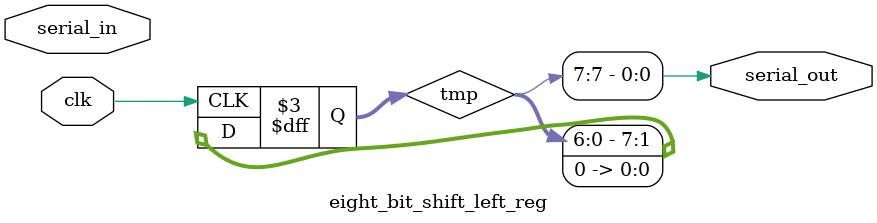
<source format=v>
module eight_bit_shift_left_reg(input clk, input serial_in, output serial_out);
reg [7:0] tmp;
always@(posedge clk)begin
tmp[0]<=serial_in;
tmp<=tmp<<1;



end
assign serial_out=tmp[7];


endmodule

</source>
